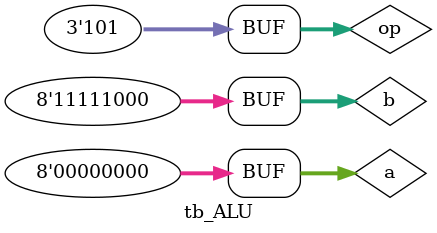
<source format=v>
`timescale 1ns / 1ps


module tb_ALU();
	reg signed [7:0] a, b;
	reg [2:0] op;
	wire signed [7:0] z;
	wire of;

	ALU DUT(
		.A(a),
		.B(b),
		.OP(op),
		.Z(z),
		.OF(of)
	);

	initial
	begin
		// non overflow sum
		a = 2;
		b = 3;
		op = 0;
		#50

		// overflow sum type 1
		a = 64;
		b = 64;
		op = 0;
		#50

		// overflow sum type 2
		a = -60;
		b = -75;
		op = 0;
		#50

		// non overflow subtract
		a = 7;
		b = 3;
		op = 1;
		#50;

		// overflow subtract type 1
		a = -100;
		b = 50;
		op = 1;
		#50;


		// overflow subtract type 2
		a = 100;
		b = -50;
		op = 1;
		#50;

		// max
		a = 12;
		b = 28;
		op = 2;
		#50;

		// max
		a = 15;
		b = -28;
		op = 2;
		#50;

		// min
		a = 64;
		b = 95;
		op = 3;
		#50;

		// min
		a = 100;
		b = -1;
		op = 3;
		#50;

		// right shift
		a = 10;
		b = 0;
		op = 4;
		#50;

		// right shift
		a = -5;
		b = 0;
		op = 4;
		#50;

		// left shift
		a = 0;
		b = 4;
		op = 5;
		#50;

		// left shift
		a = 0;
		b = -8;
		op = 5;
		#50;

	end
endmodule

</source>
